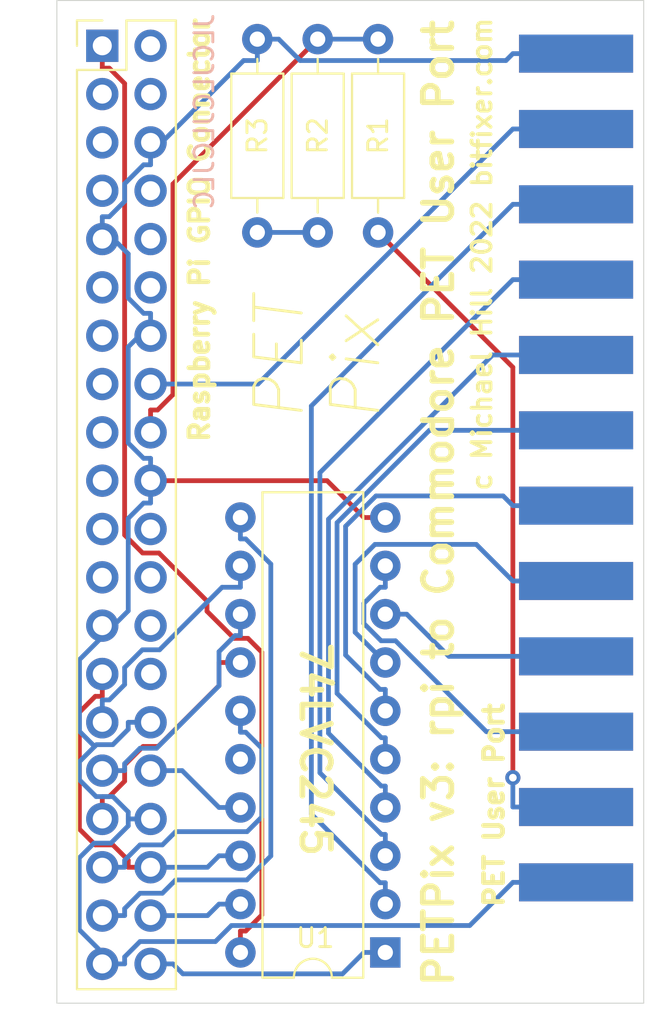
<source format=kicad_pcb>
(kicad_pcb (version 20171130) (host pcbnew "(5.1.6)-1")

  (general
    (thickness 1.6)
    (drawings 11)
    (tracks 219)
    (zones 0)
    (modules 6)
    (nets 56)
  )

  (page A4)
  (layers
    (0 F.Cu signal)
    (31 B.Cu signal)
    (32 B.Adhes user)
    (33 F.Adhes user)
    (34 B.Paste user)
    (35 F.Paste user)
    (36 B.SilkS user)
    (37 F.SilkS user)
    (38 B.Mask user)
    (39 F.Mask user)
    (40 Dwgs.User user)
    (41 Cmts.User user)
    (42 Eco1.User user)
    (43 Eco2.User user)
    (44 Edge.Cuts user)
    (45 Margin user)
    (46 B.CrtYd user)
    (47 F.CrtYd user)
    (48 B.Fab user)
    (49 F.Fab user)
  )

  (setup
    (last_trace_width 0.25)
    (trace_clearance 0.2)
    (zone_clearance 0.508)
    (zone_45_only no)
    (trace_min 0.2)
    (via_size 0.8)
    (via_drill 0.4)
    (via_min_size 0.4)
    (via_min_drill 0.3)
    (uvia_size 0.3)
    (uvia_drill 0.1)
    (uvias_allowed no)
    (uvia_min_size 0.2)
    (uvia_min_drill 0.1)
    (edge_width 0.05)
    (segment_width 0.2)
    (pcb_text_width 0.3)
    (pcb_text_size 1.5 1.5)
    (mod_edge_width 0.12)
    (mod_text_size 1 1)
    (mod_text_width 0.15)
    (pad_size 1.524 1.524)
    (pad_drill 0.762)
    (pad_to_mask_clearance 0.05)
    (aux_axis_origin 0 0)
    (visible_elements FFFFFF7F)
    (pcbplotparams
      (layerselection 0x010fc_ffffffff)
      (usegerberextensions false)
      (usegerberattributes true)
      (usegerberadvancedattributes true)
      (creategerberjobfile true)
      (excludeedgelayer true)
      (linewidth 0.100000)
      (plotframeref false)
      (viasonmask false)
      (mode 1)
      (useauxorigin false)
      (hpglpennumber 1)
      (hpglpenspeed 20)
      (hpglpendiameter 15.000000)
      (psnegative false)
      (psa4output false)
      (plotreference true)
      (plotvalue true)
      (plotinvisibletext false)
      (padsonsilk false)
      (subtractmaskfromsilk false)
      (outputformat 1)
      (mirror false)
      (drillshape 0)
      (scaleselection 1)
      (outputdirectory ""))
  )

  (net 0 "")
  (net 1 "Net-(J1-Pad1)")
  (net 2 "Net-(J1-Pad2)")
  (net 3 "Net-(J1-Pad3)")
  (net 4 "Net-(J1-Pad4)")
  (net 5 "Net-(J1-Pad5)")
  (net 6 "Net-(J1-Pad6)")
  (net 7 "Net-(J1-Pad7)")
  (net 8 "Net-(J1-Pad8)")
  (net 9 "Net-(J1-Pad9)")
  (net 10 "Net-(J1-Pad10)")
  (net 11 "Net-(J1-Pad11)")
  (net 12 "Net-(J1-Pad12)")
  (net 13 GND)
  (net 14 CA1)
  (net 15 PB0)
  (net 16 PB1)
  (net 17 PB2)
  (net 18 PB3)
  (net 19 PB4)
  (net 20 PB5)
  (net 21 PB6)
  (net 22 PB7)
  (net 23 CB2)
  (net 24 DIR)
  (net 25 OUTPUT_ENABLE_BAR)
  (net 26 D7)
  (net 27 D0)
  (net 28 D3)
  (net 29 D4)
  (net 30 D1)
  (net 31 D5)
  (net 32 D6)
  (net 33 "Net-(J2-Pad28)")
  (net 34 "Net-(J2-Pad26)")
  (net 35 "Net-(J2-Pad24)")
  (net 36 "Net-(J2-Pad23)")
  (net 37 "Net-(J2-Pad22)")
  (net 38 "Net-(J2-Pad21)")
  (net 39 "Net-(J2-Pad19)")
  (net 40 BCB2)
  (net 41 "Net-(J2-Pad17)")
  (net 42 "Net-(J2-Pad15)")
  (net 43 "Net-(J2-Pad13)")
  (net 44 "Net-(J2-Pad12)")
  (net 45 "Net-(J2-Pad11)")
  (net 46 "Net-(J2-Pad10)")
  (net 47 "Net-(J2-Pad8)")
  (net 48 "Net-(J2-Pad7)")
  (net 49 "Net-(J2-Pad5)")
  (net 50 "Net-(J2-Pad4)")
  (net 51 "Net-(J2-Pad3)")
  (net 52 +5V)
  (net 53 +3V3)
  (net 54 "Net-(R2-Pad2)")
  (net 55 D2)

  (net_class Default "This is the default net class."
    (clearance 0.2)
    (trace_width 0.25)
    (via_dia 0.8)
    (via_drill 0.4)
    (uvia_dia 0.3)
    (uvia_drill 0.1)
    (add_net +3V3)
    (add_net +5V)
    (add_net BCB2)
    (add_net CA1)
    (add_net CB2)
    (add_net D0)
    (add_net D1)
    (add_net D2)
    (add_net D3)
    (add_net D4)
    (add_net D5)
    (add_net D6)
    (add_net D7)
    (add_net DIR)
    (add_net GND)
    (add_net "Net-(J1-Pad1)")
    (add_net "Net-(J1-Pad10)")
    (add_net "Net-(J1-Pad11)")
    (add_net "Net-(J1-Pad12)")
    (add_net "Net-(J1-Pad2)")
    (add_net "Net-(J1-Pad3)")
    (add_net "Net-(J1-Pad4)")
    (add_net "Net-(J1-Pad5)")
    (add_net "Net-(J1-Pad6)")
    (add_net "Net-(J1-Pad7)")
    (add_net "Net-(J1-Pad8)")
    (add_net "Net-(J1-Pad9)")
    (add_net "Net-(J2-Pad10)")
    (add_net "Net-(J2-Pad11)")
    (add_net "Net-(J2-Pad12)")
    (add_net "Net-(J2-Pad13)")
    (add_net "Net-(J2-Pad15)")
    (add_net "Net-(J2-Pad17)")
    (add_net "Net-(J2-Pad19)")
    (add_net "Net-(J2-Pad21)")
    (add_net "Net-(J2-Pad22)")
    (add_net "Net-(J2-Pad23)")
    (add_net "Net-(J2-Pad24)")
    (add_net "Net-(J2-Pad26)")
    (add_net "Net-(J2-Pad28)")
    (add_net "Net-(J2-Pad3)")
    (add_net "Net-(J2-Pad4)")
    (add_net "Net-(J2-Pad5)")
    (add_net "Net-(J2-Pad7)")
    (add_net "Net-(J2-Pad8)")
    (add_net "Net-(R2-Pad2)")
    (add_net OUTPUT_ENABLE_BAR)
    (add_net PB0)
    (add_net PB1)
    (add_net PB2)
    (add_net PB3)
    (add_net PB4)
    (add_net PB5)
    (add_net PB6)
    (add_net PB7)
  )

  (module Package_DIP:DIP-20_W7.62mm (layer F.Cu) (tedit 5A02E8C5) (tstamp 62D8B46F)
    (at 147.574 127.762 180)
    (descr "20-lead though-hole mounted DIP package, row spacing 7.62 mm (300 mils)")
    (tags "THT DIP DIL PDIP 2.54mm 7.62mm 300mil")
    (path /62D0A85F)
    (fp_text reference U1 (at 3.683 0.762) (layer F.SilkS)
      (effects (font (size 1 1) (thickness 0.15)))
    )
    (fp_text value 74LVC245 (at 3.81 25.19) (layer F.Fab)
      (effects (font (size 1 1) (thickness 0.15)))
    )
    (fp_text user %R (at 3.81 11.43) (layer F.Fab)
      (effects (font (size 1 1) (thickness 0.15)))
    )
    (fp_arc (start 3.81 -1.33) (end 2.81 -1.33) (angle -180) (layer F.SilkS) (width 0.12))
    (fp_line (start 1.635 -1.27) (end 6.985 -1.27) (layer F.Fab) (width 0.1))
    (fp_line (start 6.985 -1.27) (end 6.985 24.13) (layer F.Fab) (width 0.1))
    (fp_line (start 6.985 24.13) (end 0.635 24.13) (layer F.Fab) (width 0.1))
    (fp_line (start 0.635 24.13) (end 0.635 -0.27) (layer F.Fab) (width 0.1))
    (fp_line (start 0.635 -0.27) (end 1.635 -1.27) (layer F.Fab) (width 0.1))
    (fp_line (start 2.81 -1.33) (end 1.16 -1.33) (layer F.SilkS) (width 0.12))
    (fp_line (start 1.16 -1.33) (end 1.16 24.19) (layer F.SilkS) (width 0.12))
    (fp_line (start 1.16 24.19) (end 6.46 24.19) (layer F.SilkS) (width 0.12))
    (fp_line (start 6.46 24.19) (end 6.46 -1.33) (layer F.SilkS) (width 0.12))
    (fp_line (start 6.46 -1.33) (end 4.81 -1.33) (layer F.SilkS) (width 0.12))
    (fp_line (start -1.1 -1.55) (end -1.1 24.4) (layer F.CrtYd) (width 0.05))
    (fp_line (start -1.1 24.4) (end 8.7 24.4) (layer F.CrtYd) (width 0.05))
    (fp_line (start 8.7 24.4) (end 8.7 -1.55) (layer F.CrtYd) (width 0.05))
    (fp_line (start 8.7 -1.55) (end -1.1 -1.55) (layer F.CrtYd) (width 0.05))
    (pad 20 thru_hole oval (at 7.62 0 180) (size 1.6 1.6) (drill 0.8) (layers *.Cu *.Mask)
      (net 53 +3V3))
    (pad 10 thru_hole oval (at 0 22.86 180) (size 1.6 1.6) (drill 0.8) (layers *.Cu *.Mask)
      (net 13 GND))
    (pad 19 thru_hole oval (at 7.62 2.54 180) (size 1.6 1.6) (drill 0.8) (layers *.Cu *.Mask)
      (net 25 OUTPUT_ENABLE_BAR))
    (pad 9 thru_hole oval (at 0 20.32 180) (size 1.6 1.6) (drill 0.8) (layers *.Cu *.Mask)
      (net 22 PB7))
    (pad 18 thru_hole oval (at 7.62 5.08 180) (size 1.6 1.6) (drill 0.8) (layers *.Cu *.Mask)
      (net 27 D0))
    (pad 8 thru_hole oval (at 0 17.78 180) (size 1.6 1.6) (drill 0.8) (layers *.Cu *.Mask)
      (net 21 PB6))
    (pad 17 thru_hole oval (at 7.62 7.62 180) (size 1.6 1.6) (drill 0.8) (layers *.Cu *.Mask)
      (net 30 D1))
    (pad 7 thru_hole oval (at 0 15.24 180) (size 1.6 1.6) (drill 0.8) (layers *.Cu *.Mask)
      (net 20 PB5))
    (pad 16 thru_hole oval (at 7.62 10.16 180) (size 1.6 1.6) (drill 0.8) (layers *.Cu *.Mask)
      (net 55 D2))
    (pad 6 thru_hole oval (at 0 12.7 180) (size 1.6 1.6) (drill 0.8) (layers *.Cu *.Mask)
      (net 19 PB4))
    (pad 15 thru_hole oval (at 7.62 12.7 180) (size 1.6 1.6) (drill 0.8) (layers *.Cu *.Mask)
      (net 28 D3))
    (pad 5 thru_hole oval (at 0 10.16 180) (size 1.6 1.6) (drill 0.8) (layers *.Cu *.Mask)
      (net 18 PB3))
    (pad 14 thru_hole oval (at 7.62 15.24 180) (size 1.6 1.6) (drill 0.8) (layers *.Cu *.Mask)
      (net 29 D4))
    (pad 4 thru_hole oval (at 0 7.62 180) (size 1.6 1.6) (drill 0.8) (layers *.Cu *.Mask)
      (net 17 PB2))
    (pad 13 thru_hole oval (at 7.62 17.78 180) (size 1.6 1.6) (drill 0.8) (layers *.Cu *.Mask)
      (net 31 D5))
    (pad 3 thru_hole oval (at 0 5.08 180) (size 1.6 1.6) (drill 0.8) (layers *.Cu *.Mask)
      (net 16 PB1))
    (pad 12 thru_hole oval (at 7.62 20.32 180) (size 1.6 1.6) (drill 0.8) (layers *.Cu *.Mask)
      (net 32 D6))
    (pad 2 thru_hole oval (at 0 2.54 180) (size 1.6 1.6) (drill 0.8) (layers *.Cu *.Mask)
      (net 15 PB0))
    (pad 11 thru_hole oval (at 7.62 22.86 180) (size 1.6 1.6) (drill 0.8) (layers *.Cu *.Mask)
      (net 26 D7))
    (pad 1 thru_hole rect (at 0 0 180) (size 1.6 1.6) (drill 0.8) (layers *.Cu *.Mask)
      (net 24 DIR))
    (model ${KISYS3DMOD}/Package_DIP.3dshapes/DIP-20_W7.62mm.wrl
      (at (xyz 0 0 0))
      (scale (xyz 1 1 1))
      (rotate (xyz 0 0 0))
    )
  )

  (module Resistor_THT:R_Axial_DIN0207_L6.3mm_D2.5mm_P10.16mm_Horizontal (layer F.Cu) (tedit 5AE5139B) (tstamp 62D8B447)
    (at 140.843 89.916 90)
    (descr "Resistor, Axial_DIN0207 series, Axial, Horizontal, pin pitch=10.16mm, 0.25W = 1/4W, length*diameter=6.3*2.5mm^2, http://cdn-reichelt.de/documents/datenblatt/B400/1_4W%23YAG.pdf")
    (tags "Resistor Axial_DIN0207 series Axial Horizontal pin pitch 10.16mm 0.25W = 1/4W length 6.3mm diameter 2.5mm")
    (path /62D899E6)
    (fp_text reference R3 (at 5.08 0 90) (layer F.SilkS)
      (effects (font (size 1 1) (thickness 0.15)))
    )
    (fp_text value 1K (at 5.08 2.37 90) (layer F.Fab)
      (effects (font (size 1 1) (thickness 0.15)))
    )
    (fp_text user %R (at 5.08 0 90) (layer F.Fab)
      (effects (font (size 1 1) (thickness 0.15)))
    )
    (fp_line (start 1.93 -1.25) (end 1.93 1.25) (layer F.Fab) (width 0.1))
    (fp_line (start 1.93 1.25) (end 8.23 1.25) (layer F.Fab) (width 0.1))
    (fp_line (start 8.23 1.25) (end 8.23 -1.25) (layer F.Fab) (width 0.1))
    (fp_line (start 8.23 -1.25) (end 1.93 -1.25) (layer F.Fab) (width 0.1))
    (fp_line (start 0 0) (end 1.93 0) (layer F.Fab) (width 0.1))
    (fp_line (start 10.16 0) (end 8.23 0) (layer F.Fab) (width 0.1))
    (fp_line (start 1.81 -1.37) (end 1.81 1.37) (layer F.SilkS) (width 0.12))
    (fp_line (start 1.81 1.37) (end 8.35 1.37) (layer F.SilkS) (width 0.12))
    (fp_line (start 8.35 1.37) (end 8.35 -1.37) (layer F.SilkS) (width 0.12))
    (fp_line (start 8.35 -1.37) (end 1.81 -1.37) (layer F.SilkS) (width 0.12))
    (fp_line (start 1.04 0) (end 1.81 0) (layer F.SilkS) (width 0.12))
    (fp_line (start 9.12 0) (end 8.35 0) (layer F.SilkS) (width 0.12))
    (fp_line (start -1.05 -1.5) (end -1.05 1.5) (layer F.CrtYd) (width 0.05))
    (fp_line (start -1.05 1.5) (end 11.21 1.5) (layer F.CrtYd) (width 0.05))
    (fp_line (start 11.21 1.5) (end 11.21 -1.5) (layer F.CrtYd) (width 0.05))
    (fp_line (start 11.21 -1.5) (end -1.05 -1.5) (layer F.CrtYd) (width 0.05))
    (pad 2 thru_hole oval (at 10.16 0 90) (size 1.6 1.6) (drill 0.8) (layers *.Cu *.Mask)
      (net 13 GND))
    (pad 1 thru_hole circle (at 0 0 90) (size 1.6 1.6) (drill 0.8) (layers *.Cu *.Mask)
      (net 54 "Net-(R2-Pad2)"))
    (model ${KISYS3DMOD}/Resistor_THT.3dshapes/R_Axial_DIN0207_L6.3mm_D2.5mm_P10.16mm_Horizontal.wrl
      (at (xyz 0 0 0))
      (scale (xyz 1 1 1))
      (rotate (xyz 0 0 0))
    )
  )

  (module Resistor_THT:R_Axial_DIN0207_L6.3mm_D2.5mm_P10.16mm_Horizontal (layer F.Cu) (tedit 5AE5139B) (tstamp 62D8B430)
    (at 144.018 79.756 270)
    (descr "Resistor, Axial_DIN0207 series, Axial, Horizontal, pin pitch=10.16mm, 0.25W = 1/4W, length*diameter=6.3*2.5mm^2, http://cdn-reichelt.de/documents/datenblatt/B400/1_4W%23YAG.pdf")
    (tags "Resistor Axial_DIN0207 series Axial Horizontal pin pitch 10.16mm 0.25W = 1/4W length 6.3mm diameter 2.5mm")
    (path /62D87F30)
    (fp_text reference R2 (at 5.08 0 90) (layer F.SilkS)
      (effects (font (size 1 1) (thickness 0.15)))
    )
    (fp_text value 1K (at 5.08 2.37 90) (layer F.Fab)
      (effects (font (size 1 1) (thickness 0.15)))
    )
    (fp_text user %R (at 5.08 0 90) (layer F.Fab)
      (effects (font (size 1 1) (thickness 0.15)))
    )
    (fp_line (start 1.93 -1.25) (end 1.93 1.25) (layer F.Fab) (width 0.1))
    (fp_line (start 1.93 1.25) (end 8.23 1.25) (layer F.Fab) (width 0.1))
    (fp_line (start 8.23 1.25) (end 8.23 -1.25) (layer F.Fab) (width 0.1))
    (fp_line (start 8.23 -1.25) (end 1.93 -1.25) (layer F.Fab) (width 0.1))
    (fp_line (start 0 0) (end 1.93 0) (layer F.Fab) (width 0.1))
    (fp_line (start 10.16 0) (end 8.23 0) (layer F.Fab) (width 0.1))
    (fp_line (start 1.81 -1.37) (end 1.81 1.37) (layer F.SilkS) (width 0.12))
    (fp_line (start 1.81 1.37) (end 8.35 1.37) (layer F.SilkS) (width 0.12))
    (fp_line (start 8.35 1.37) (end 8.35 -1.37) (layer F.SilkS) (width 0.12))
    (fp_line (start 8.35 -1.37) (end 1.81 -1.37) (layer F.SilkS) (width 0.12))
    (fp_line (start 1.04 0) (end 1.81 0) (layer F.SilkS) (width 0.12))
    (fp_line (start 9.12 0) (end 8.35 0) (layer F.SilkS) (width 0.12))
    (fp_line (start -1.05 -1.5) (end -1.05 1.5) (layer F.CrtYd) (width 0.05))
    (fp_line (start -1.05 1.5) (end 11.21 1.5) (layer F.CrtYd) (width 0.05))
    (fp_line (start 11.21 1.5) (end 11.21 -1.5) (layer F.CrtYd) (width 0.05))
    (fp_line (start 11.21 -1.5) (end -1.05 -1.5) (layer F.CrtYd) (width 0.05))
    (pad 2 thru_hole oval (at 10.16 0 270) (size 1.6 1.6) (drill 0.8) (layers *.Cu *.Mask)
      (net 54 "Net-(R2-Pad2)"))
    (pad 1 thru_hole circle (at 0 0 270) (size 1.6 1.6) (drill 0.8) (layers *.Cu *.Mask)
      (net 40 BCB2))
    (model ${KISYS3DMOD}/Resistor_THT.3dshapes/R_Axial_DIN0207_L6.3mm_D2.5mm_P10.16mm_Horizontal.wrl
      (at (xyz 0 0 0))
      (scale (xyz 1 1 1))
      (rotate (xyz 0 0 0))
    )
  )

  (module Resistor_THT:R_Axial_DIN0207_L6.3mm_D2.5mm_P10.16mm_Horizontal (layer F.Cu) (tedit 5AE5139B) (tstamp 62D8B419)
    (at 147.193 89.916 90)
    (descr "Resistor, Axial_DIN0207 series, Axial, Horizontal, pin pitch=10.16mm, 0.25W = 1/4W, length*diameter=6.3*2.5mm^2, http://cdn-reichelt.de/documents/datenblatt/B400/1_4W%23YAG.pdf")
    (tags "Resistor Axial_DIN0207 series Axial Horizontal pin pitch 10.16mm 0.25W = 1/4W length 6.3mm diameter 2.5mm")
    (path /62D87B1D)
    (fp_text reference R1 (at 5.08 0 90) (layer F.SilkS)
      (effects (font (size 1 1) (thickness 0.15)))
    )
    (fp_text value 1K (at 5.08 2.37 90) (layer F.Fab)
      (effects (font (size 1 1) (thickness 0.15)))
    )
    (fp_text user %R (at 5.08 0 90) (layer F.Fab)
      (effects (font (size 1 1) (thickness 0.15)))
    )
    (fp_line (start 1.93 -1.25) (end 1.93 1.25) (layer F.Fab) (width 0.1))
    (fp_line (start 1.93 1.25) (end 8.23 1.25) (layer F.Fab) (width 0.1))
    (fp_line (start 8.23 1.25) (end 8.23 -1.25) (layer F.Fab) (width 0.1))
    (fp_line (start 8.23 -1.25) (end 1.93 -1.25) (layer F.Fab) (width 0.1))
    (fp_line (start 0 0) (end 1.93 0) (layer F.Fab) (width 0.1))
    (fp_line (start 10.16 0) (end 8.23 0) (layer F.Fab) (width 0.1))
    (fp_line (start 1.81 -1.37) (end 1.81 1.37) (layer F.SilkS) (width 0.12))
    (fp_line (start 1.81 1.37) (end 8.35 1.37) (layer F.SilkS) (width 0.12))
    (fp_line (start 8.35 1.37) (end 8.35 -1.37) (layer F.SilkS) (width 0.12))
    (fp_line (start 8.35 -1.37) (end 1.81 -1.37) (layer F.SilkS) (width 0.12))
    (fp_line (start 1.04 0) (end 1.81 0) (layer F.SilkS) (width 0.12))
    (fp_line (start 9.12 0) (end 8.35 0) (layer F.SilkS) (width 0.12))
    (fp_line (start -1.05 -1.5) (end -1.05 1.5) (layer F.CrtYd) (width 0.05))
    (fp_line (start -1.05 1.5) (end 11.21 1.5) (layer F.CrtYd) (width 0.05))
    (fp_line (start 11.21 1.5) (end 11.21 -1.5) (layer F.CrtYd) (width 0.05))
    (fp_line (start 11.21 -1.5) (end -1.05 -1.5) (layer F.CrtYd) (width 0.05))
    (pad 2 thru_hole oval (at 10.16 0 90) (size 1.6 1.6) (drill 0.8) (layers *.Cu *.Mask)
      (net 40 BCB2))
    (pad 1 thru_hole circle (at 0 0 90) (size 1.6 1.6) (drill 0.8) (layers *.Cu *.Mask)
      (net 23 CB2))
    (model ${KISYS3DMOD}/Resistor_THT.3dshapes/R_Axial_DIN0207_L6.3mm_D2.5mm_P10.16mm_Horizontal.wrl
      (at (xyz 0 0 0))
      (scale (xyz 1 1 1))
      (rotate (xyz 0 0 0))
    )
  )

  (module Connector_PinHeader_2.54mm:PinHeader_2x20_P2.54mm_Vertical (layer F.Cu) (tedit 59FED5CC) (tstamp 62D8B402)
    (at 132.69 80.105)
    (descr "Through hole straight pin header, 2x20, 2.54mm pitch, double rows")
    (tags "Through hole pin header THT 2x20 2.54mm double row")
    (path /62D0D9A9)
    (fp_text reference J2 (at 1.27 -2.33) (layer F.SilkS) hide
      (effects (font (size 1 1) (thickness 0.15)))
    )
    (fp_text value Raspberry_Pi_2_3 (at 1.27 50.59) (layer F.Fab)
      (effects (font (size 1 1) (thickness 0.15)))
    )
    (fp_text user %R (at 1.27 24.13 90) (layer F.Fab)
      (effects (font (size 1 1) (thickness 0.15)))
    )
    (fp_line (start 0 -1.27) (end 3.81 -1.27) (layer F.Fab) (width 0.1))
    (fp_line (start 3.81 -1.27) (end 3.81 49.53) (layer F.Fab) (width 0.1))
    (fp_line (start 3.81 49.53) (end -1.27 49.53) (layer F.Fab) (width 0.1))
    (fp_line (start -1.27 49.53) (end -1.27 0) (layer F.Fab) (width 0.1))
    (fp_line (start -1.27 0) (end 0 -1.27) (layer F.Fab) (width 0.1))
    (fp_line (start -1.33 49.59) (end 3.87 49.59) (layer F.SilkS) (width 0.12))
    (fp_line (start -1.33 1.27) (end -1.33 49.59) (layer F.SilkS) (width 0.12))
    (fp_line (start 3.87 -1.33) (end 3.87 49.59) (layer F.SilkS) (width 0.12))
    (fp_line (start -1.33 1.27) (end 1.27 1.27) (layer F.SilkS) (width 0.12))
    (fp_line (start 1.27 1.27) (end 1.27 -1.33) (layer F.SilkS) (width 0.12))
    (fp_line (start 1.27 -1.33) (end 3.87 -1.33) (layer F.SilkS) (width 0.12))
    (fp_line (start -1.33 0) (end -1.33 -1.33) (layer F.SilkS) (width 0.12))
    (fp_line (start -1.33 -1.33) (end 0 -1.33) (layer F.SilkS) (width 0.12))
    (fp_line (start -1.8 -1.8) (end -1.8 50.05) (layer F.CrtYd) (width 0.05))
    (fp_line (start -1.8 50.05) (end 4.35 50.05) (layer F.CrtYd) (width 0.05))
    (fp_line (start 4.35 50.05) (end 4.35 -1.8) (layer F.CrtYd) (width 0.05))
    (fp_line (start 4.35 -1.8) (end -1.8 -1.8) (layer F.CrtYd) (width 0.05))
    (pad 40 thru_hole oval (at 2.54 48.26) (size 1.7 1.7) (drill 1) (layers *.Cu *.Mask)
      (net 24 DIR))
    (pad 39 thru_hole oval (at 0 48.26) (size 1.7 1.7) (drill 1) (layers *.Cu *.Mask)
      (net 13 GND))
    (pad 38 thru_hole oval (at 2.54 45.72) (size 1.7 1.7) (drill 1) (layers *.Cu *.Mask)
      (net 25 OUTPUT_ENABLE_BAR))
    (pad 37 thru_hole oval (at 0 45.72) (size 1.7 1.7) (drill 1) (layers *.Cu *.Mask)
      (net 26 D7))
    (pad 36 thru_hole oval (at 2.54 43.18) (size 1.7 1.7) (drill 1) (layers *.Cu *.Mask)
      (net 27 D0))
    (pad 35 thru_hole oval (at 0 43.18) (size 1.7 1.7) (drill 1) (layers *.Cu *.Mask)
      (net 28 D3))
    (pad 34 thru_hole oval (at 2.54 40.64) (size 1.7 1.7) (drill 1) (layers *.Cu *.Mask)
      (net 13 GND))
    (pad 33 thru_hole oval (at 0 40.64) (size 1.7 1.7) (drill 1) (layers *.Cu *.Mask)
      (net 29 D4))
    (pad 32 thru_hole oval (at 2.54 38.1) (size 1.7 1.7) (drill 1) (layers *.Cu *.Mask)
      (net 30 D1))
    (pad 31 thru_hole oval (at 0 38.1) (size 1.7 1.7) (drill 1) (layers *.Cu *.Mask)
      (net 31 D5))
    (pad 30 thru_hole oval (at 2.54 35.56) (size 1.7 1.7) (drill 1) (layers *.Cu *.Mask)
      (net 13 GND))
    (pad 29 thru_hole oval (at 0 35.56) (size 1.7 1.7) (drill 1) (layers *.Cu *.Mask)
      (net 32 D6))
    (pad 28 thru_hole oval (at 2.54 33.02) (size 1.7 1.7) (drill 1) (layers *.Cu *.Mask)
      (net 33 "Net-(J2-Pad28)"))
    (pad 27 thru_hole oval (at 0 33.02) (size 1.7 1.7) (drill 1) (layers *.Cu *.Mask)
      (net 27 D0))
    (pad 26 thru_hole oval (at 2.54 30.48) (size 1.7 1.7) (drill 1) (layers *.Cu *.Mask)
      (net 34 "Net-(J2-Pad26)"))
    (pad 25 thru_hole oval (at 0 30.48) (size 1.7 1.7) (drill 1) (layers *.Cu *.Mask)
      (net 13 GND))
    (pad 24 thru_hole oval (at 2.54 27.94) (size 1.7 1.7) (drill 1) (layers *.Cu *.Mask)
      (net 35 "Net-(J2-Pad24)"))
    (pad 23 thru_hole oval (at 0 27.94) (size 1.7 1.7) (drill 1) (layers *.Cu *.Mask)
      (net 36 "Net-(J2-Pad23)"))
    (pad 22 thru_hole oval (at 2.54 25.4) (size 1.7 1.7) (drill 1) (layers *.Cu *.Mask)
      (net 37 "Net-(J2-Pad22)"))
    (pad 21 thru_hole oval (at 0 25.4) (size 1.7 1.7) (drill 1) (layers *.Cu *.Mask)
      (net 38 "Net-(J2-Pad21)"))
    (pad 20 thru_hole oval (at 2.54 22.86) (size 1.7 1.7) (drill 1) (layers *.Cu *.Mask)
      (net 13 GND))
    (pad 19 thru_hole oval (at 0 22.86) (size 1.7 1.7) (drill 1) (layers *.Cu *.Mask)
      (net 39 "Net-(J2-Pad19)"))
    (pad 18 thru_hole oval (at 2.54 20.32) (size 1.7 1.7) (drill 1) (layers *.Cu *.Mask)
      (net 40 BCB2))
    (pad 17 thru_hole oval (at 0 20.32) (size 1.7 1.7) (drill 1) (layers *.Cu *.Mask)
      (net 41 "Net-(J2-Pad17)"))
    (pad 16 thru_hole oval (at 2.54 17.78) (size 1.7 1.7) (drill 1) (layers *.Cu *.Mask)
      (net 14 CA1))
    (pad 15 thru_hole oval (at 0 17.78) (size 1.7 1.7) (drill 1) (layers *.Cu *.Mask)
      (net 42 "Net-(J2-Pad15)"))
    (pad 14 thru_hole oval (at 2.54 15.24) (size 1.7 1.7) (drill 1) (layers *.Cu *.Mask)
      (net 13 GND))
    (pad 13 thru_hole oval (at 0 15.24) (size 1.7 1.7) (drill 1) (layers *.Cu *.Mask)
      (net 43 "Net-(J2-Pad13)"))
    (pad 12 thru_hole oval (at 2.54 12.7) (size 1.7 1.7) (drill 1) (layers *.Cu *.Mask)
      (net 44 "Net-(J2-Pad12)"))
    (pad 11 thru_hole oval (at 0 12.7) (size 1.7 1.7) (drill 1) (layers *.Cu *.Mask)
      (net 45 "Net-(J2-Pad11)"))
    (pad 10 thru_hole oval (at 2.54 10.16) (size 1.7 1.7) (drill 1) (layers *.Cu *.Mask)
      (net 46 "Net-(J2-Pad10)"))
    (pad 9 thru_hole oval (at 0 10.16) (size 1.7 1.7) (drill 1) (layers *.Cu *.Mask)
      (net 13 GND))
    (pad 8 thru_hole oval (at 2.54 7.62) (size 1.7 1.7) (drill 1) (layers *.Cu *.Mask)
      (net 47 "Net-(J2-Pad8)"))
    (pad 7 thru_hole oval (at 0 7.62) (size 1.7 1.7) (drill 1) (layers *.Cu *.Mask)
      (net 48 "Net-(J2-Pad7)"))
    (pad 6 thru_hole oval (at 2.54 5.08) (size 1.7 1.7) (drill 1) (layers *.Cu *.Mask)
      (net 13 GND))
    (pad 5 thru_hole oval (at 0 5.08) (size 1.7 1.7) (drill 1) (layers *.Cu *.Mask)
      (net 49 "Net-(J2-Pad5)"))
    (pad 4 thru_hole oval (at 2.54 2.54) (size 1.7 1.7) (drill 1) (layers *.Cu *.Mask)
      (net 50 "Net-(J2-Pad4)"))
    (pad 3 thru_hole oval (at 0 2.54) (size 1.7 1.7) (drill 1) (layers *.Cu *.Mask)
      (net 51 "Net-(J2-Pad3)"))
    (pad 2 thru_hole oval (at 2.54 0) (size 1.7 1.7) (drill 1) (layers *.Cu *.Mask)
      (net 52 +5V))
    (pad 1 thru_hole rect (at 0 0) (size 1.7 1.7) (drill 1) (layers *.Cu *.Mask)
      (net 53 +3V3))
    (model ${KISYS3DMOD}/Connector_PinHeader_2.54mm.3dshapes/PinHeader_2x20_P2.54mm_Vertical.wrl
      (at (xyz 0 0 0))
      (scale (xyz 1 1 1))
      (rotate (xyz 0 0 0))
    )
  )

  (module Connector_PCBEdge:2x12_Card_Edge (layer F.Cu) (tedit 5ED2F926) (tstamp 62D8B3C4)
    (at 157.607 80.518 270)
    (path /62D0BB67)
    (fp_text reference J1 (at 15 -4 90) (layer F.SilkS) hide
      (effects (font (size 1 1) (thickness 0.15)))
    )
    (fp_text value "PET User Port" (at 5 -4 90) (layer F.Fab)
      (effects (font (size 1 1) (thickness 0.15)))
    )
    (pad 1 smd rect (at 0 0 270) (size 2 6) (layers F.Cu F.Paste F.Mask)
      (net 1 "Net-(J1-Pad1)"))
    (pad 2 smd rect (at 3.96 0 270) (size 2 6) (layers F.Cu F.Paste F.Mask)
      (net 2 "Net-(J1-Pad2)"))
    (pad 3 smd rect (at 7.92 0 270) (size 2 6) (layers F.Cu F.Paste F.Mask)
      (net 3 "Net-(J1-Pad3)"))
    (pad 4 smd rect (at 11.88 0 270) (size 2 6) (layers F.Cu F.Paste F.Mask)
      (net 4 "Net-(J1-Pad4)"))
    (pad 5 smd rect (at 15.84 0 270) (size 2 6) (layers F.Cu F.Paste F.Mask)
      (net 5 "Net-(J1-Pad5)"))
    (pad 6 smd rect (at 19.8 0 270) (size 2 6) (layers F.Cu F.Paste F.Mask)
      (net 6 "Net-(J1-Pad6)"))
    (pad 7 smd rect (at 23.76 0 270) (size 2 6) (layers F.Cu F.Paste F.Mask)
      (net 7 "Net-(J1-Pad7)"))
    (pad 8 smd rect (at 27.72 0 270) (size 2 6) (layers F.Cu F.Paste F.Mask)
      (net 8 "Net-(J1-Pad8)"))
    (pad 9 smd rect (at 31.68 0 270) (size 2 6) (layers F.Cu F.Paste F.Mask)
      (net 9 "Net-(J1-Pad9)"))
    (pad 10 smd rect (at 35.64 0 270) (size 2 6) (layers F.Cu F.Paste F.Mask)
      (net 10 "Net-(J1-Pad10)"))
    (pad 11 smd rect (at 39.6 0 270) (size 2 6) (layers F.Cu F.Paste F.Mask)
      (net 11 "Net-(J1-Pad11)"))
    (pad 12 smd rect (at 43.56 0 270) (size 2 6) (layers F.Cu F.Paste F.Mask)
      (net 12 "Net-(J1-Pad12)"))
    (pad 13 smd rect (at 0 0 270) (size 2 6) (layers B.Cu B.Paste B.Mask)
      (net 13 GND))
    (pad 14 smd rect (at 3.96 0 270) (size 2 6) (layers B.Cu B.Paste B.Mask)
      (net 14 CA1))
    (pad 15 smd rect (at 7.92 0 270) (size 2 6) (layers B.Cu B.Paste B.Mask)
      (net 15 PB0))
    (pad 16 smd rect (at 11.88 0 270) (size 2 6) (layers B.Cu B.Paste B.Mask)
      (net 16 PB1))
    (pad 17 smd rect (at 15.84 0 270) (size 2 6) (layers B.Cu B.Paste B.Mask)
      (net 17 PB2))
    (pad 18 smd rect (at 19.8 0 270) (size 2 6) (layers B.Cu B.Paste B.Mask)
      (net 18 PB3))
    (pad 19 smd rect (at 23.76 0 270) (size 2 6) (layers B.Cu B.Paste B.Mask)
      (net 19 PB4))
    (pad 20 smd rect (at 27.72 0 270) (size 2 6) (layers B.Cu B.Paste B.Mask)
      (net 20 PB5))
    (pad 21 smd rect (at 31.68 0 270) (size 2 6) (layers B.Cu B.Paste B.Mask)
      (net 21 PB6))
    (pad 22 smd rect (at 35.64 0 270) (size 2 6) (layers B.Cu B.Paste B.Mask)
      (net 22 PB7))
    (pad 23 smd rect (at 39.6 0 270) (size 2 6) (layers B.Cu B.Paste B.Mask)
      (net 23 CB2))
    (pad 24 smd rect (at 43.56 0 270) (size 2 6) (layers B.Cu B.Paste B.Mask)
      (net 13 GND))
  )

  (gr_text JLCJLCJLCJLC (at 138.049 83.566 90) (layer B.SilkS)
    (effects (font (size 1 1) (thickness 0.15)) (justify mirror))
  )
  (gr_text "PET\nPix" (at 144.018 99.949 90) (layer F.SilkS)
    (effects (font (size 2.5 2.5) (thickness 0.15) italic) (justify left))
  )
  (gr_line (start 130.302 130.429) (end 130.302 77.724) (layer Edge.Cuts) (width 0.05) (tstamp 62D8BB3A))
  (gr_line (start 161.163 130.429) (end 130.302 130.429) (layer Edge.Cuts) (width 0.05))
  (gr_line (start 161.163 77.724) (end 161.163 130.429) (layer Edge.Cuts) (width 0.05))
  (gr_line (start 130.302 77.724) (end 161.163 77.724) (layer Edge.Cuts) (width 0.05))
  (gr_text "c Michael Hill 2022 bitfixer.com" (at 152.654 91.059 90) (layer F.SilkS)
    (effects (font (size 1 1) (thickness 0.2)))
  )
  (gr_text "PETPix v3: rpi to Commodore PET User Port" (at 150.368 104.14 90) (layer F.SilkS)
    (effects (font (size 1.5 1.5) (thickness 0.3)))
  )
  (gr_text 74LVC245 (at 143.891 117.094 270) (layer F.SilkS)
    (effects (font (size 1.5 1.5) (thickness 0.3)))
  )
  (gr_text "PET User Port" (at 153.289 120.015 90) (layer F.SilkS)
    (effects (font (size 1 1) (thickness 0.25)))
  )
  (gr_text "Raspberry Pi GPIO Connector" (at 137.795 89.789 90) (layer F.SilkS)
    (effects (font (size 1 1) (thickness 0.25)))
  )

  (segment (start 133.2777 128.365) (end 131.4782 126.5655) (width 0.25) (layer B.Cu) (net 13))
  (segment (start 131.4782 126.5655) (end 131.4782 122.7932) (width 0.25) (layer B.Cu) (net 13))
  (segment (start 131.4782 122.7932) (end 132.2564 122.015) (width 0.25) (layer B.Cu) (net 13))
  (segment (start 132.2564 122.015) (end 133.1472 122.015) (width 0.25) (layer B.Cu) (net 13))
  (segment (start 133.1472 122.015) (end 134.0547 121.1075) (width 0.25) (layer B.Cu) (net 13))
  (segment (start 134.0547 121.1075) (end 134.0547 120.745) (width 0.25) (layer B.Cu) (net 13))
  (segment (start 133.2777 128.365) (end 133.8653 128.365) (width 0.25) (layer B.Cu) (net 13))
  (segment (start 132.69 128.365) (end 133.2777 128.365) (width 0.25) (layer B.Cu) (net 13))
  (segment (start 132.287 116.9368) (end 132.3835 116.8403) (width 0.25) (layer B.Cu) (net 13))
  (segment (start 132.3835 116.8403) (end 133.2468 116.8403) (width 0.25) (layer B.Cu) (net 13))
  (segment (start 133.2468 116.8403) (end 134.0547 116.0324) (width 0.25) (layer B.Cu) (net 13))
  (segment (start 134.0547 116.0324) (end 134.0547 115.665) (width 0.25) (layer B.Cu) (net 13))
  (segment (start 134.0547 120.745) (end 134.0547 120.3776) (width 0.25) (layer B.Cu) (net 13))
  (segment (start 134.0547 120.3776) (end 133.2468 119.5697) (width 0.25) (layer B.Cu) (net 13))
  (segment (start 133.2468 119.5697) (end 132.3659 119.5697) (width 0.25) (layer B.Cu) (net 13))
  (segment (start 132.3659 119.5697) (end 131.4825 118.6863) (width 0.25) (layer B.Cu) (net 13))
  (segment (start 131.4825 118.6863) (end 131.4825 117.7413) (width 0.25) (layer B.Cu) (net 13))
  (segment (start 131.4825 117.7413) (end 132.287 116.9368) (width 0.25) (layer B.Cu) (net 13))
  (segment (start 132.287 116.9368) (end 131.4907 116.1406) (width 0.25) (layer B.Cu) (net 13))
  (segment (start 131.4907 116.1406) (end 131.4907 112.3719) (width 0.25) (layer B.Cu) (net 13))
  (segment (start 131.4907 112.3719) (end 132.69 111.1726) (width 0.25) (layer B.Cu) (net 13))
  (segment (start 135.23 102.965) (end 135.23 104.1403) (width 0.25) (layer B.Cu) (net 13))
  (segment (start 132.69 111.1726) (end 134.0547 109.8079) (width 0.25) (layer B.Cu) (net 13))
  (segment (start 134.0547 109.8079) (end 134.0547 104.9482) (width 0.25) (layer B.Cu) (net 13))
  (segment (start 134.0547 104.9482) (end 134.8626 104.1403) (width 0.25) (layer B.Cu) (net 13))
  (segment (start 134.8626 104.1403) (end 135.23 104.1403) (width 0.25) (layer B.Cu) (net 13))
  (segment (start 132.69 110.585) (end 132.69 111.1726) (width 0.25) (layer B.Cu) (net 13))
  (segment (start 135.23 102.965) (end 135.23 101.7897) (width 0.25) (layer B.Cu) (net 13))
  (segment (start 135.23 94.7573) (end 134.0547 95.9326) (width 0.25) (layer B.Cu) (net 13))
  (segment (start 134.0547 95.9326) (end 134.0547 100.9818) (width 0.25) (layer B.Cu) (net 13))
  (segment (start 134.0547 100.9818) (end 134.8626 101.7897) (width 0.25) (layer B.Cu) (net 13))
  (segment (start 134.8626 101.7897) (end 135.23 101.7897) (width 0.25) (layer B.Cu) (net 13))
  (segment (start 135.23 94.7573) (end 135.23 94.1697) (width 0.25) (layer B.Cu) (net 13))
  (segment (start 135.23 95.345) (end 135.23 94.7573) (width 0.25) (layer B.Cu) (net 13))
  (segment (start 157.607 124.078) (end 154.2817 124.078) (width 0.25) (layer B.Cu) (net 13))
  (segment (start 154.2817 124.078) (end 152.0123 126.3474) (width 0.25) (layer B.Cu) (net 13))
  (segment (start 152.0123 126.3474) (end 139.4816 126.3474) (width 0.25) (layer B.Cu) (net 13))
  (segment (start 139.4816 126.3474) (end 138.6393 127.1897) (width 0.25) (layer B.Cu) (net 13))
  (segment (start 138.6393 127.1897) (end 134.6732 127.1897) (width 0.25) (layer B.Cu) (net 13))
  (segment (start 134.6732 127.1897) (end 133.8653 127.9976) (width 0.25) (layer B.Cu) (net 13))
  (segment (start 133.8653 127.9976) (end 133.8653 128.365) (width 0.25) (layer B.Cu) (net 13))
  (segment (start 147.574 104.902) (end 146.4487 104.902) (width 0.25) (layer F.Cu) (net 13))
  (segment (start 146.4487 104.902) (end 144.5117 102.965) (width 0.25) (layer F.Cu) (net 13))
  (segment (start 144.5117 102.965) (end 135.23 102.965) (width 0.25) (layer F.Cu) (net 13))
  (segment (start 135.23 115.665) (end 134.0547 115.665) (width 0.25) (layer B.Cu) (net 13))
  (segment (start 135.23 120.745) (end 134.0547 120.745) (width 0.25) (layer B.Cu) (net 13))
  (segment (start 140.843 79.756) (end 140.843 80.8813) (width 0.25) (layer B.Cu) (net 13))
  (segment (start 135.23 85.7726) (end 140.1213 80.8813) (width 0.25) (layer B.Cu) (net 13))
  (segment (start 140.1213 80.8813) (end 140.843 80.8813) (width 0.25) (layer B.Cu) (net 13))
  (segment (start 135.23 85.7726) (end 135.23 86.3603) (width 0.25) (layer B.Cu) (net 13))
  (segment (start 135.23 85.185) (end 135.23 85.7726) (width 0.25) (layer B.Cu) (net 13))
  (segment (start 132.69 89.6773) (end 134.0547 91.042) (width 0.25) (layer B.Cu) (net 13))
  (segment (start 134.0547 91.042) (end 134.0547 93.3618) (width 0.25) (layer B.Cu) (net 13))
  (segment (start 134.0547 93.3618) (end 134.8626 94.1697) (width 0.25) (layer B.Cu) (net 13))
  (segment (start 134.8626 94.1697) (end 135.23 94.1697) (width 0.25) (layer B.Cu) (net 13))
  (segment (start 132.69 89.6773) (end 132.69 89.0897) (width 0.25) (layer B.Cu) (net 13))
  (segment (start 132.69 90.265) (end 132.69 89.6773) (width 0.25) (layer B.Cu) (net 13))
  (segment (start 135.23 86.3603) (end 134.8626 86.3603) (width 0.25) (layer B.Cu) (net 13))
  (segment (start 134.8626 86.3603) (end 133.8653 87.3576) (width 0.25) (layer B.Cu) (net 13))
  (segment (start 133.8653 87.3576) (end 133.8653 88.2818) (width 0.25) (layer B.Cu) (net 13))
  (segment (start 133.8653 88.2818) (end 133.0574 89.0897) (width 0.25) (layer B.Cu) (net 13))
  (segment (start 133.0574 89.0897) (end 132.69 89.0897) (width 0.25) (layer B.Cu) (net 13))
  (segment (start 140.843 79.756) (end 141.9683 79.756) (width 0.25) (layer B.Cu) (net 13))
  (segment (start 157.607 80.518) (end 154.2817 80.518) (width 0.25) (layer B.Cu) (net 13))
  (segment (start 154.2817 80.518) (end 153.9184 80.8813) (width 0.25) (layer B.Cu) (net 13))
  (segment (start 153.9184 80.8813) (end 143.0936 80.8813) (width 0.25) (layer B.Cu) (net 13))
  (segment (start 143.0936 80.8813) (end 141.9683 79.756) (width 0.25) (layer B.Cu) (net 13))
  (segment (start 157.607 84.478) (end 154.2817 84.478) (width 0.25) (layer B.Cu) (net 14))
  (segment (start 154.2817 84.478) (end 140.8747 97.885) (width 0.25) (layer B.Cu) (net 14))
  (segment (start 140.8747 97.885) (end 135.23 97.885) (width 0.25) (layer B.Cu) (net 14))
  (segment (start 154.2817 88.438) (end 143.6844 99.0353) (width 0.25) (layer B.Cu) (net 15))
  (segment (start 143.6844 99.0353) (end 143.6844 120.4884) (width 0.25) (layer B.Cu) (net 15))
  (segment (start 143.6844 120.4884) (end 147.2927 124.0967) (width 0.25) (layer B.Cu) (net 15))
  (segment (start 147.2927 124.0967) (end 147.574 124.0967) (width 0.25) (layer B.Cu) (net 15))
  (segment (start 147.574 125.222) (end 147.574 124.0967) (width 0.25) (layer B.Cu) (net 15))
  (segment (start 157.607 88.438) (end 154.2817 88.438) (width 0.25) (layer B.Cu) (net 15))
  (segment (start 154.2817 92.398) (end 144.1347 102.545) (width 0.25) (layer B.Cu) (net 16))
  (segment (start 144.1347 102.545) (end 144.1347 118.3219) (width 0.25) (layer B.Cu) (net 16))
  (segment (start 144.1347 118.3219) (end 147.3695 121.5567) (width 0.25) (layer B.Cu) (net 16))
  (segment (start 147.3695 121.5567) (end 147.574 121.5567) (width 0.25) (layer B.Cu) (net 16))
  (segment (start 147.574 122.682) (end 147.574 121.5567) (width 0.25) (layer B.Cu) (net 16))
  (segment (start 157.607 92.398) (end 154.2817 92.398) (width 0.25) (layer B.Cu) (net 16))
  (segment (start 157.607 96.358) (end 153.216 96.358) (width 0.25) (layer B.Cu) (net 17))
  (segment (start 153.216 96.358) (end 144.585 104.989) (width 0.25) (layer B.Cu) (net 17))
  (segment (start 144.585 104.989) (end 144.585 116.2413) (width 0.25) (layer B.Cu) (net 17))
  (segment (start 144.585 116.2413) (end 147.3604 119.0167) (width 0.25) (layer B.Cu) (net 17))
  (segment (start 147.3604 119.0167) (end 147.574 119.0167) (width 0.25) (layer B.Cu) (net 17))
  (segment (start 147.574 120.142) (end 147.574 119.0167) (width 0.25) (layer B.Cu) (net 17))
  (segment (start 154.2817 100.318) (end 149.8929 100.318) (width 0.25) (layer B.Cu) (net 18))
  (segment (start 149.8929 100.318) (end 145.0353 105.1756) (width 0.25) (layer B.Cu) (net 18))
  (segment (start 145.0353 105.1756) (end 145.0353 114.1425) (width 0.25) (layer B.Cu) (net 18))
  (segment (start 145.0353 114.1425) (end 147.3695 116.4767) (width 0.25) (layer B.Cu) (net 18))
  (segment (start 147.3695 116.4767) (end 147.574 116.4767) (width 0.25) (layer B.Cu) (net 18))
  (segment (start 157.607 100.318) (end 154.2817 100.318) (width 0.25) (layer B.Cu) (net 18))
  (segment (start 147.574 117.602) (end 147.574 116.4767) (width 0.25) (layer B.Cu) (net 18))
  (segment (start 147.574 115.062) (end 147.574 113.9367) (width 0.25) (layer B.Cu) (net 19))
  (segment (start 157.607 104.278) (end 154.2817 104.278) (width 0.25) (layer B.Cu) (net 19))
  (segment (start 154.2817 104.278) (end 153.7705 103.7668) (width 0.25) (layer B.Cu) (net 19))
  (segment (start 153.7705 103.7668) (end 147.081 103.7668) (width 0.25) (layer B.Cu) (net 19))
  (segment (start 147.081 103.7668) (end 145.4857 105.3621) (width 0.25) (layer B.Cu) (net 19))
  (segment (start 145.4857 105.3621) (end 145.4857 112.1297) (width 0.25) (layer B.Cu) (net 19))
  (segment (start 145.4857 112.1297) (end 147.2927 113.9367) (width 0.25) (layer B.Cu) (net 19))
  (segment (start 147.2927 113.9367) (end 147.574 113.9367) (width 0.25) (layer B.Cu) (net 19))
  (segment (start 147.574 112.522) (end 145.9876 110.9356) (width 0.25) (layer B.Cu) (net 20))
  (segment (start 145.9876 110.9356) (end 145.9876 107.3528) (width 0.25) (layer B.Cu) (net 20))
  (segment (start 145.9876 107.3528) (end 147.0267 106.3137) (width 0.25) (layer B.Cu) (net 20))
  (segment (start 147.0267 106.3137) (end 152.3574 106.3137) (width 0.25) (layer B.Cu) (net 20))
  (segment (start 152.3574 106.3137) (end 154.2817 108.238) (width 0.25) (layer B.Cu) (net 20))
  (segment (start 157.607 108.238) (end 154.2817 108.238) (width 0.25) (layer B.Cu) (net 20))
  (segment (start 147.574 109.982) (end 148.6993 109.982) (width 0.25) (layer B.Cu) (net 21))
  (segment (start 157.607 112.198) (end 150.9153 112.198) (width 0.25) (layer B.Cu) (net 21))
  (segment (start 150.9153 112.198) (end 148.6993 109.982) (width 0.25) (layer B.Cu) (net 21))
  (segment (start 147.574 107.442) (end 147.574 108.5673) (width 0.25) (layer B.Cu) (net 22))
  (segment (start 147.574 108.5673) (end 147.2926 108.5673) (width 0.25) (layer B.Cu) (net 22))
  (segment (start 147.2926 108.5673) (end 146.4487 109.4112) (width 0.25) (layer B.Cu) (net 22))
  (segment (start 146.4487 109.4112) (end 146.4487 110.4754) (width 0.25) (layer B.Cu) (net 22))
  (segment (start 146.4487 110.4754) (end 147.3541 111.3808) (width 0.25) (layer B.Cu) (net 22))
  (segment (start 147.3541 111.3808) (end 148.1125 111.3808) (width 0.25) (layer B.Cu) (net 22))
  (segment (start 148.1125 111.3808) (end 152.8897 116.158) (width 0.25) (layer B.Cu) (net 22))
  (segment (start 152.8897 116.158) (end 157.607 116.158) (width 0.25) (layer B.Cu) (net 22))
  (segment (start 147.193 89.916) (end 154.2817 97.0047) (width 0.25) (layer F.Cu) (net 23))
  (segment (start 154.2817 97.0047) (end 154.2817 118.5759) (width 0.25) (layer F.Cu) (net 23))
  (segment (start 154.2817 120.118) (end 154.2817 118.5759) (width 0.25) (layer B.Cu) (net 23))
  (segment (start 157.607 120.118) (end 154.2817 120.118) (width 0.25) (layer B.Cu) (net 23))
  (via (at 154.2817 118.5759) (size 0.8) (layers F.Cu B.Cu) (net 23))
  (segment (start 147.574 127.762) (end 146.4487 127.762) (width 0.25) (layer B.Cu) (net 24))
  (segment (start 135.23 128.365) (end 136.4053 128.365) (width 0.25) (layer B.Cu) (net 24))
  (segment (start 136.4053 128.365) (end 136.9276 128.8873) (width 0.25) (layer B.Cu) (net 24))
  (segment (start 136.9276 128.8873) (end 145.3234 128.8873) (width 0.25) (layer B.Cu) (net 24))
  (segment (start 145.3234 128.8873) (end 146.4487 127.762) (width 0.25) (layer B.Cu) (net 24))
  (segment (start 139.954 125.222) (end 138.8287 125.222) (width 0.25) (layer B.Cu) (net 25))
  (segment (start 135.23 125.825) (end 138.2257 125.825) (width 0.25) (layer B.Cu) (net 25))
  (segment (start 138.2257 125.825) (end 138.8287 125.222) (width 0.25) (layer B.Cu) (net 25))
  (segment (start 139.954 104.902) (end 139.954 106.0273) (width 0.25) (layer B.Cu) (net 26))
  (segment (start 132.69 125.825) (end 133.8653 125.825) (width 0.25) (layer B.Cu) (net 26))
  (segment (start 133.8653 125.825) (end 133.8653 125.4576) (width 0.25) (layer B.Cu) (net 26))
  (segment (start 133.8653 125.4576) (end 134.6732 124.6497) (width 0.25) (layer B.Cu) (net 26))
  (segment (start 134.6732 124.6497) (end 135.8523 124.6497) (width 0.25) (layer B.Cu) (net 26))
  (segment (start 135.8523 124.6497) (end 136.55 123.952) (width 0.25) (layer B.Cu) (net 26))
  (segment (start 136.55 123.952) (end 140.2937 123.952) (width 0.25) (layer B.Cu) (net 26))
  (segment (start 140.2937 123.952) (end 141.5537 122.692) (width 0.25) (layer B.Cu) (net 26))
  (segment (start 141.5537 122.692) (end 141.5537 107.3457) (width 0.25) (layer B.Cu) (net 26))
  (segment (start 141.5537 107.3457) (end 140.2353 106.0273) (width 0.25) (layer B.Cu) (net 26))
  (segment (start 140.2353 106.0273) (end 139.954 106.0273) (width 0.25) (layer B.Cu) (net 26))
  (segment (start 135.23 123.285) (end 134.0547 123.285) (width 0.25) (layer F.Cu) (net 27))
  (segment (start 132.69 113.125) (end 132.69 114.3003) (width 0.25) (layer F.Cu) (net 27))
  (segment (start 132.69 114.3003) (end 132.3227 114.3003) (width 0.25) (layer F.Cu) (net 27))
  (segment (start 132.3227 114.3003) (end 131.4858 115.1372) (width 0.25) (layer F.Cu) (net 27))
  (segment (start 131.4858 115.1372) (end 131.4858 121.2768) (width 0.25) (layer F.Cu) (net 27))
  (segment (start 131.4858 121.2768) (end 132.3187 122.1097) (width 0.25) (layer F.Cu) (net 27))
  (segment (start 132.3187 122.1097) (end 133.2468 122.1097) (width 0.25) (layer F.Cu) (net 27))
  (segment (start 133.2468 122.1097) (end 134.0547 122.9176) (width 0.25) (layer F.Cu) (net 27))
  (segment (start 134.0547 122.9176) (end 134.0547 123.285) (width 0.25) (layer F.Cu) (net 27))
  (segment (start 139.954 122.682) (end 138.8287 122.682) (width 0.25) (layer B.Cu) (net 27))
  (segment (start 135.23 123.285) (end 138.2257 123.285) (width 0.25) (layer B.Cu) (net 27))
  (segment (start 138.2257 123.285) (end 138.8287 122.682) (width 0.25) (layer B.Cu) (net 27))
  (segment (start 139.954 115.062) (end 139.954 116.1873) (width 0.25) (layer B.Cu) (net 28))
  (segment (start 132.69 123.285) (end 133.8653 123.285) (width 0.25) (layer B.Cu) (net 28))
  (segment (start 133.8653 123.285) (end 133.8653 122.9176) (width 0.25) (layer B.Cu) (net 28))
  (segment (start 133.8653 122.9176) (end 134.6732 122.1097) (width 0.25) (layer B.Cu) (net 28))
  (segment (start 134.6732 122.1097) (end 135.8523 122.1097) (width 0.25) (layer B.Cu) (net 28))
  (segment (start 135.8523 122.1097) (end 136.55 121.412) (width 0.25) (layer B.Cu) (net 28))
  (segment (start 136.55 121.412) (end 140.308 121.412) (width 0.25) (layer B.Cu) (net 28))
  (segment (start 140.308 121.412) (end 141.0793 120.6407) (width 0.25) (layer B.Cu) (net 28))
  (segment (start 141.0793 120.6407) (end 141.0793 117.0312) (width 0.25) (layer B.Cu) (net 28))
  (segment (start 141.0793 117.0312) (end 140.2354 116.1873) (width 0.25) (layer B.Cu) (net 28))
  (segment (start 140.2354 116.1873) (end 139.954 116.1873) (width 0.25) (layer B.Cu) (net 28))
  (segment (start 139.954 112.522) (end 138.8287 112.522) (width 0.25) (layer F.Cu) (net 29))
  (segment (start 132.69 120.745) (end 132.69 119.5697) (width 0.25) (layer F.Cu) (net 29))
  (segment (start 132.69 119.5697) (end 133.0574 119.5697) (width 0.25) (layer F.Cu) (net 29))
  (segment (start 133.0574 119.5697) (end 133.8653 118.7618) (width 0.25) (layer F.Cu) (net 29))
  (segment (start 133.8653 118.7618) (end 133.8653 117.905) (width 0.25) (layer F.Cu) (net 29))
  (segment (start 133.8653 117.905) (end 134.8353 116.935) (width 0.25) (layer F.Cu) (net 29))
  (segment (start 134.8353 116.935) (end 135.6297 116.935) (width 0.25) (layer F.Cu) (net 29))
  (segment (start 135.6297 116.935) (end 138.8287 113.736) (width 0.25) (layer F.Cu) (net 29))
  (segment (start 138.8287 113.736) (end 138.8287 112.522) (width 0.25) (layer F.Cu) (net 29))
  (segment (start 139.954 120.142) (end 138.8287 120.142) (width 0.25) (layer B.Cu) (net 30))
  (segment (start 135.23 118.205) (end 136.8917 118.205) (width 0.25) (layer B.Cu) (net 30))
  (segment (start 136.8917 118.205) (end 138.8287 120.142) (width 0.25) (layer B.Cu) (net 30))
  (segment (start 139.954 109.982) (end 139.954 111.1073) (width 0.25) (layer B.Cu) (net 31))
  (segment (start 132.69 118.205) (end 133.8653 118.205) (width 0.25) (layer B.Cu) (net 31))
  (segment (start 133.8653 118.205) (end 133.8653 117.8376) (width 0.25) (layer B.Cu) (net 31))
  (segment (start 133.8653 117.8376) (end 134.6732 117.0297) (width 0.25) (layer B.Cu) (net 31))
  (segment (start 134.6732 117.0297) (end 135.5465 117.0297) (width 0.25) (layer B.Cu) (net 31))
  (segment (start 135.5465 117.0297) (end 138.8287 113.7475) (width 0.25) (layer B.Cu) (net 31))
  (segment (start 138.8287 113.7475) (end 138.8287 111.9512) (width 0.25) (layer B.Cu) (net 31))
  (segment (start 138.8287 111.9512) (end 139.6726 111.1073) (width 0.25) (layer B.Cu) (net 31))
  (segment (start 139.6726 111.1073) (end 139.954 111.1073) (width 0.25) (layer B.Cu) (net 31))
  (segment (start 139.954 107.442) (end 139.954 108.5673) (width 0.25) (layer B.Cu) (net 32))
  (segment (start 132.69 115.665) (end 132.69 114.4897) (width 0.25) (layer B.Cu) (net 32))
  (segment (start 132.69 114.4897) (end 133.0574 114.4897) (width 0.25) (layer B.Cu) (net 32))
  (segment (start 133.0574 114.4897) (end 133.8653 113.6818) (width 0.25) (layer B.Cu) (net 32))
  (segment (start 133.8653 113.6818) (end 133.8653 112.786) (width 0.25) (layer B.Cu) (net 32))
  (segment (start 133.8653 112.786) (end 134.7963 111.855) (width 0.25) (layer B.Cu) (net 32))
  (segment (start 134.7963 111.855) (end 135.7014 111.855) (width 0.25) (layer B.Cu) (net 32))
  (segment (start 135.7014 111.855) (end 138.9891 108.5673) (width 0.25) (layer B.Cu) (net 32))
  (segment (start 138.9891 108.5673) (end 139.954 108.5673) (width 0.25) (layer B.Cu) (net 32))
  (segment (start 147.193 79.756) (end 144.018 79.756) (width 0.25) (layer B.Cu) (net 40))
  (segment (start 135.23 100.425) (end 135.23 99.2497) (width 0.25) (layer F.Cu) (net 40))
  (segment (start 135.23 99.2497) (end 135.5974 99.2497) (width 0.25) (layer F.Cu) (net 40))
  (segment (start 135.5974 99.2497) (end 136.4053 98.4418) (width 0.25) (layer F.Cu) (net 40))
  (segment (start 136.4053 98.4418) (end 136.4053 87.3687) (width 0.25) (layer F.Cu) (net 40))
  (segment (start 136.4053 87.3687) (end 144.018 79.756) (width 0.25) (layer F.Cu) (net 40))
  (segment (start 139.954 127.762) (end 139.954 126.6367) (width 0.25) (layer F.Cu) (net 53))
  (segment (start 132.69 80.105) (end 132.69 81.2803) (width 0.25) (layer F.Cu) (net 53))
  (segment (start 132.69 81.2803) (end 133.0574 81.2803) (width 0.25) (layer F.Cu) (net 53))
  (segment (start 133.0574 81.2803) (end 133.8653 82.0882) (width 0.25) (layer F.Cu) (net 53))
  (segment (start 133.8653 82.0882) (end 133.8653 105.8204) (width 0.25) (layer F.Cu) (net 53))
  (segment (start 133.8653 105.8204) (end 134.8121 106.7672) (width 0.25) (layer F.Cu) (net 53))
  (segment (start 134.8121 106.7672) (end 135.6719 106.7672) (width 0.25) (layer F.Cu) (net 53))
  (segment (start 135.6719 106.7672) (end 138.1971 109.2924) (width 0.25) (layer F.Cu) (net 53))
  (segment (start 138.1971 109.2924) (end 138.1971 109.8283) (width 0.25) (layer F.Cu) (net 53))
  (segment (start 138.1971 109.8283) (end 139.6208 111.252) (width 0.25) (layer F.Cu) (net 53))
  (segment (start 139.6208 111.252) (end 140.3501 111.252) (width 0.25) (layer F.Cu) (net 53))
  (segment (start 140.3501 111.252) (end 141.0793 111.9812) (width 0.25) (layer F.Cu) (net 53))
  (segment (start 141.0793 111.9812) (end 141.0793 125.7928) (width 0.25) (layer F.Cu) (net 53))
  (segment (start 141.0793 125.7928) (end 140.2354 126.6367) (width 0.25) (layer F.Cu) (net 53))
  (segment (start 140.2354 126.6367) (end 139.954 126.6367) (width 0.25) (layer F.Cu) (net 53))
  (segment (start 144.018 89.916) (end 140.843 89.916) (width 0.25) (layer B.Cu) (net 54))

)

</source>
